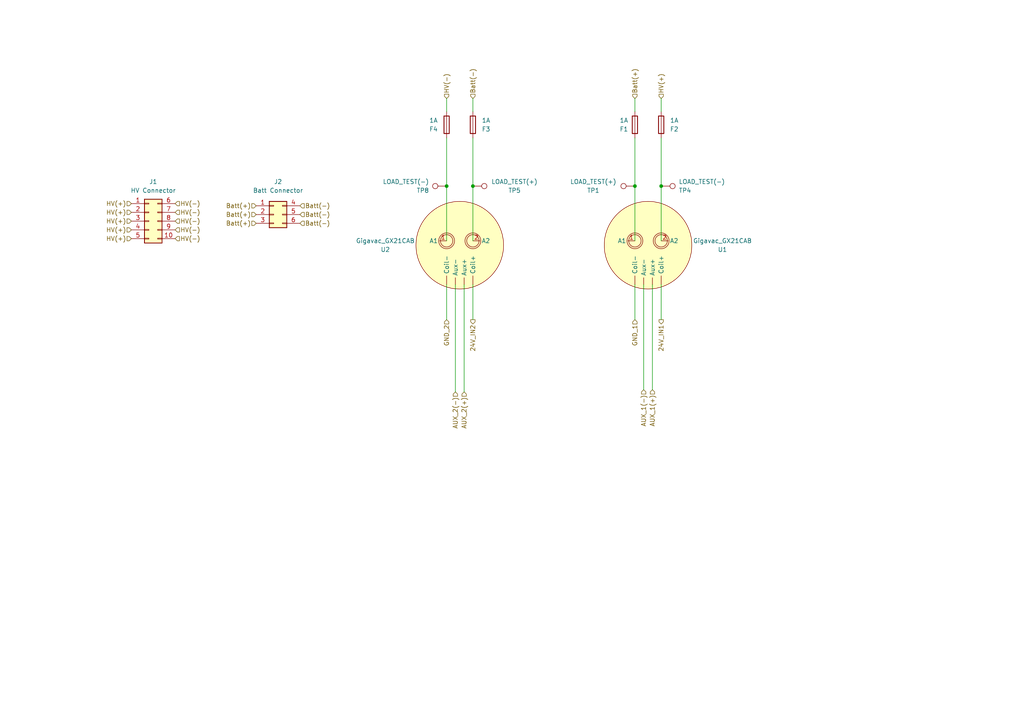
<source format=kicad_sch>
(kicad_sch (version 20211123) (generator eeschema)
  (paper "A4")
  (lib_symbols
    (symbol "Connector:TestPoint" (pin_numbers hide) (pin_names (offset 0.762) hide)
      (property "Reference" "TP" (at 0 6.858 0))
      (property "Value" "TestPoint" (at 0 5.08 0))
      (symbol "TestPoint_0_1"
        (circle (center 0 3.302) (radius 0.762))
      )
      (symbol "TestPoint_1_1"
        (pin passive line (at 0 0 90) (length 2.54) (name "1") (number "1"))
      )
    )
    (symbol "Connector_Generic:Conn_02x03_Top_Bottom" (pin_names (offset 1.016) hide)
      (property "Reference" "J" (at 1.27 5.08 0))
      (property "Value" "Conn_02x03_Top_Bottom" (at 1.27 -5.08 0))
      (symbol "Conn_02x03_Top_Bottom_1_1"
        (rectangle (start -1.27 -2.413) (end 0 -2.667) (stroke (width 0.1524)))
        (rectangle (start -1.27 0.127) (end 0 -0.127) (stroke (width 0.1524)))
        (rectangle (start -1.27 2.667) (end 0 2.413) (stroke (width 0.1524)))
        (rectangle (start -1.27 3.81) (end 3.81 -3.81) (stroke (width 0.254)) (fill (type background)))
        (rectangle (start 3.81 -2.413) (end 2.54 -2.667) (stroke (width 0.1524)))
        (rectangle (start 3.81 0.127) (end 2.54 -0.127) (stroke (width 0.1524)))
        (rectangle (start 3.81 2.667) (end 2.54 2.413) (stroke (width 0.1524)))
        (pin passive line (at -5.08 2.54 0) (length 3.81) (name "Pin_1") (number "1"))
        (pin passive line (at -5.08 0 0) (length 3.81) (name "Pin_2") (number "2"))
        (pin passive line (at -5.08 -2.54 0) (length 3.81) (name "Pin_3") (number "3"))
        (pin passive line (at 7.62 2.54 180) (length 3.81) (name "Pin_4") (number "4"))
        (pin passive line (at 7.62 0 180) (length 3.81) (name "Pin_5") (number "5"))
        (pin passive line (at 7.62 -2.54 180) (length 3.81) (name "Pin_6") (number "6"))
      )
    )
    (symbol "Connector_Generic:Conn_02x05_Top_Bottom" (pin_names (offset 1.016) hide)
      (property "Reference" "J" (at 1.27 7.62 0))
      (property "Value" "Conn_02x05_Top_Bottom" (at 1.27 -7.62 0))
      (symbol "Conn_02x05_Top_Bottom_1_1"
        (rectangle (start -1.27 -4.953) (end 0 -5.207) (stroke (width 0.1524)))
        (rectangle (start -1.27 -2.413) (end 0 -2.667) (stroke (width 0.1524)))
        (rectangle (start -1.27 0.127) (end 0 -0.127) (stroke (width 0.1524)))
        (rectangle (start -1.27 2.667) (end 0 2.413) (stroke (width 0.1524)))
        (rectangle (start -1.27 5.207) (end 0 4.953) (stroke (width 0.1524)))
        (rectangle (start -1.27 6.35) (end 3.81 -6.35) (stroke (width 0.254)) (fill (type background)))
        (rectangle (start 3.81 -4.953) (end 2.54 -5.207) (stroke (width 0.1524)))
        (rectangle (start 3.81 -2.413) (end 2.54 -2.667) (stroke (width 0.1524)))
        (rectangle (start 3.81 0.127) (end 2.54 -0.127) (stroke (width 0.1524)))
        (rectangle (start 3.81 2.667) (end 2.54 2.413) (stroke (width 0.1524)))
        (rectangle (start 3.81 5.207) (end 2.54 4.953) (stroke (width 0.1524)))
        (pin passive line (at -5.08 5.08 0) (length 3.81) (name "Pin_1") (number "1"))
        (pin passive line (at 7.62 -5.08 180) (length 3.81) (name "Pin_10") (number "10"))
        (pin passive line (at -5.08 2.54 0) (length 3.81) (name "Pin_2") (number "2"))
        (pin passive line (at -5.08 0 0) (length 3.81) (name "Pin_3") (number "3"))
        (pin passive line (at -5.08 -2.54 0) (length 3.81) (name "Pin_4") (number "4"))
        (pin passive line (at -5.08 -5.08 0) (length 3.81) (name "Pin_5") (number "5"))
        (pin passive line (at 7.62 5.08 180) (length 3.81) (name "Pin_6") (number "6"))
        (pin passive line (at 7.62 2.54 180) (length 3.81) (name "Pin_7") (number "7"))
        (pin passive line (at 7.62 0 180) (length 3.81) (name "Pin_8") (number "8"))
        (pin passive line (at 7.62 -2.54 180) (length 3.81) (name "Pin_9") (number "9"))
      )
    )
    (symbol "CustomParts:Gigavac_GX21CAB"
      (property "Reference" "U" (at -10.16 -11.43 0))
      (property "Value" "Gigavac_GX21CAB" (at -10.16 -13.97 0))
      (symbol "Gigavac_GX21CAB_0_1"
        (circle (center 7.62 -13.97) (radius 1.7961))
        (circle (center 7.62 -13.97) (radius 2.2895))
        (circle (center 11.43 -12.7) (radius 12.7) (fill (type background)))
        (circle (center 15.24 -13.97) (radius 1.7961))
        (circle (center 15.24 -13.97) (radius 2.2895))
      )
      (symbol "Gigavac_GX21CAB_1_1"
        (pin output line (at 10.16 -1.27 270) (length 2) (name "Aux+") (number ""))
        (pin output line (at 12.7 -1.27 270) (length 2) (name "Aux-") (number ""))
        (pin input line (at 7.62 -1.27 270) (length 2.54) (name "Coil+") (number ""))
        (pin output line (at 15.24 -1.27 270) (length 2.54) (name "Coil-") (number ""))
        (pin output line (at 15.24 -13.97 0) (length 2) (name "A1") (number "1"))
        (pin input line (at 7.62 -13.97 180) (length 2) (name "A2") (number "2"))
      )
    )
    (symbol "Device:Fuse" (pin_numbers hide) (pin_names (offset 0))
      (property "Reference" "F" (at 2.032 0 90))
      (property "Value" "Fuse" (at -1.905 0 90))
      (symbol "Fuse_0_1"
        (rectangle (start -0.762 -2.54) (end 0.762 2.54) (stroke (width 0.254)))
        (polyline (pts (xy 0 2.54) (xy 0 -2.54)))
      )
      (symbol "Fuse_1_1"
        (pin passive line (at 0 3.81 270) (length 1.27) (name "~") (number "1"))
        (pin passive line (at 0 -3.81 90) (length 1.27) (name "~") (number "2"))
      )
    )
    (symbol "Gigavac_GX21CAB_1"
      (property "Reference" "U" (at -10.16 -11.43 0))
      (property "Value" "Gigavac_GX21CAB_1" (at -10.16 -13.97 0))
      (symbol "Gigavac_GX21CAB_1_0_1"
        (circle (center 7.62 -13.97) (radius 1.7961))
        (circle (center 7.62 -13.97) (radius 2.2895))
        (circle (center 11.43 -12.7) (radius 12.7) (fill (type background)))
        (circle (center 15.24 -13.97) (radius 1.7961))
        (circle (center 15.24 -13.97) (radius 2.2895))
      )
      (symbol "Gigavac_GX21CAB_1_1_1"
        (pin output line (at 10.16 -1.27 270) (length 2) (name "Aux+") (number ""))
        (pin output line (at 12.7 -1.27 270) (length 2) (name "Aux-") (number ""))
        (pin input line (at 7.62 -1.27 270) (length 2.54) (name "Coil+") (number ""))
        (pin output line (at 15.24 -1.27 270) (length 2.54) (name "Coil-") (number ""))
        (pin output line (at 15.24 -13.97 0) (length 2) (name "A1") (number "1"))
        (pin input line (at 7.62 -13.97 180) (length 2) (name "A2") (number "2"))
      )
    )
  )
  (junction (at 191.77 53.975))
  (junction (at 137.16 53.975))
  (junction (at 129.54 53.975))
  (junction (at 184.15 53.975))
  (wire (pts (xy 137.16 82.55) (xy 137.16 92.71)))
  (wire (pts (xy 191.77 82.55) (xy 191.77 92.71)))
  (wire (pts (xy 132.08 82.55) (xy 132.08 113.665)))
  (wire (pts (xy 137.16 32.385) (xy 137.16 28.575)))
  (wire (pts (xy 129.54 32.385) (xy 129.54 28.575)))
  (wire (pts (xy 134.62 82.55) (xy 134.62 113.665)))
  (wire (pts (xy 184.15 82.55) (xy 184.15 92.71)))
  (wire (pts (xy 191.77 32.385) (xy 191.77 28.575)))
  (wire (pts (xy 184.15 32.385) (xy 184.15 28.575)))
  (wire (pts (xy 191.77 40.005) (xy 191.77 53.975)))
  (wire (pts (xy 184.15 40.005) (xy 184.15 53.975)))
  (wire (pts (xy 137.16 53.975) (xy 137.16 40.005)))
  (wire (pts (xy 186.69 82.55) (xy 186.69 113.03)))
  (wire (pts (xy 184.15 53.975) (xy 184.15 69.85)))
  (wire (pts (xy 129.54 53.975) (xy 129.54 40.005)))
  (wire (pts (xy 129.54 69.85) (xy 129.54 53.975)))
  (wire (pts (xy 189.23 82.55) (xy 189.23 113.03)))
  (wire (pts (xy 129.54 82.55) (xy 129.54 92.71)))
  (wire (pts (xy 191.77 53.975) (xy 191.77 69.85)))
  (wire (pts (xy 137.16 69.85) (xy 137.16 53.975)))
  (hierarchical_label "GND_1" (shape input) (at 184.15 92.71 270))
  (hierarchical_label "AUX_2(+)" (shape input) (at 134.62 113.665 270))
  (hierarchical_label "AUX_1(-)" (shape input) (at 186.69 113.03 270))
  (hierarchical_label "Batt(-)" (shape input) (at 86.995 62.23 0))
  (hierarchical_label "GND_2" (shape input) (at 129.54 92.71 270))
  (hierarchical_label "Batt(+)" (shape input) (at 74.295 64.77 180))
  (hierarchical_label "HV(+)" (shape input) (at 191.77 28.575 90))
  (hierarchical_label "HV(+)" (shape input) (at 38.1 59.055 180))
  (hierarchical_label "Batt(+)" (shape input) (at 74.295 62.23 180))
  (hierarchical_label "HV(-)" (shape input) (at 50.8 61.595 0))
  (hierarchical_label "Batt(-)" (shape input) (at 86.995 64.77 0))
  (hierarchical_label "HV(-)" (shape input) (at 129.54 28.575 90))
  (hierarchical_label "Batt(+)" (shape input) (at 184.15 28.575 90))
  (hierarchical_label "HV(-)" (shape input) (at 50.8 64.135 0))
  (hierarchical_label "HV(+)" (shape input) (at 38.1 64.135 180))
  (hierarchical_label "24V_IN2" (shape output) (at 137.16 92.71 270))
  (hierarchical_label "HV(+)" (shape input) (at 38.1 66.675 180))
  (hierarchical_label "Batt(-)" (shape input) (at 137.16 28.575 90))
  (hierarchical_label "Batt(+)" (shape input) (at 74.295 59.69 180))
  (hierarchical_label "AUX_1(+)" (shape input) (at 189.23 113.03 270))
  (hierarchical_label "HV(+)" (shape input) (at 38.1 69.215 180))
  (hierarchical_label "HV(+)" (shape input) (at 38.1 61.595 180))
  (hierarchical_label "HV(-)" (shape input) (at 50.8 69.215 0))
  (hierarchical_label "HV(-)" (shape input) (at 50.8 59.055 0))
  (hierarchical_label "Batt(-)" (shape input) (at 86.995 59.69 0))
  (hierarchical_label "24V_IN1" (shape output) (at 191.77 92.71 270))
  (hierarchical_label "HV(-)" (shape input) (at 50.8 66.675 0))
  (hierarchical_label "AUX_2(-)" (shape input) (at 132.08 113.665 270))
  (symbol (lib_id "Device:Fuse") (at 129.54 36.195 180) (unit 1)
    (property "Reference" "F4" (at 127 37.4651 0) (effects (justify left)))
    (property "Value" "1A" (at 127 34.9251 0) (effects (justify left)))
    (property "Footprint" "CustomFootprints:0ADAP1000RE" (effects hide))
    (property "Datasheet" "https://www.mouser.com/datasheet/2/643/ds_cp_0adax_series-1664149.pdf" (effects hide))
  )
  (symbol (lib_id "Connector_Generic:Conn_02x05_Top_Bottom") (at 43.18 64.135 0) (unit 1)
    (property "Reference" "J1" (at 44.45 52.705 0))
    (property "Value" "HV Connector" (at 44.45 55.245 0))
    (property "Footprint" "Connector_Molex:Molex_Micro-Fit_3.0_43045-1012_2x05_P3.00mm_Vertical" (effects hide))
  )
  (symbol (lib_id "Device:Fuse") (at 137.16 36.195 180) (unit 1)
    (property "Reference" "F3" (at 142.24 37.465 0) (effects (justify left)))
    (property "Value" "1A" (at 142.24 34.925 0) (effects (justify left)))
    (property "Footprint" "CustomFootprints:0ADAP1000RE" (effects hide))
    (property "Datasheet" "https://www.mouser.com/datasheet/2/643/ds_cp_0adax_series-1664149.pdf" (effects hide))
  )
  (symbol (lib_name "Gigavac_GX21CAB_1") (lib_id "CustomParts:Gigavac_GX21CAB") (at 199.39 83.82 180) (unit 1)
    (property "Reference" "U1" (at 209.55 72.39 0))
    (property "Value" "Gigavac_GX21CAB" (at 209.55 69.85 0))
    (property "Footprint" "LHRE Contactors:Gigavac_GX21BAB" (effects hide))
    (property "Datasheet" "https://www.sensata.com/products/gigavac-power-contactors-fuses/gx-contactors-800v/gx-normally-open-contactors" (effects hide))
  )
  (symbol (lib_id "Connector:TestPoint") (at 129.54 53.975 90) (unit 1)
    (property "Reference" "TP8" (at 124.46 55.2451 90) (effects (justify left)))
    (property "Value" "LOAD_TEST(-)" (at 124.46 52.7051 90) (effects (justify left)))
    (property "Footprint" "TestPoint:TestPoint_THTPad_D1.0mm_Drill0.5mm" (effects hide))
  )
  (symbol (lib_id "Connector_Generic:Conn_02x03_Top_Bottom") (at 79.375 62.23 0) (unit 1)
    (property "Reference" "J2" (at 80.645 52.705 0))
    (property "Value" "Batt Connector" (at 80.645 55.245 0))
    (property "Footprint" "Connector_Molex:Molex_Micro-Fit_3.0_43045-0612_2x03_P3.00mm_Vertical" (effects hide))
  )
  (symbol (lib_id "CustomParts:Gigavac_GX21CAB") (at 144.78 83.82 180) (unit 1)
    (property "Reference" "U2" (at 111.76 72.39 0))
    (property "Value" "Gigavac_GX21CAB" (at 111.76 69.85 0))
    (property "Footprint" "LHRE Contactors:Gigavac_GX21BAB" (effects hide))
    (property "Datasheet" "https://www.sensata.com/products/gigavac-power-contactors-fuses/gx-contactors-800v/gx-normally-open-contactors" (effects hide))
  )
  (symbol (lib_id "Device:Fuse") (at 191.77 36.195 0) (mirror x) (unit 1)
    (property "Reference" "F2" (at 194.31 37.465 0) (effects (justify left)))
    (property "Value" "1A" (at 194.31 34.9251 0) (effects (justify left)))
    (property "Footprint" "CustomFootprints:0ADAP1000RE" (effects hide))
    (property "Datasheet" "https://www.mouser.com/datasheet/2/643/ds_cp_0adax_series-1664149.pdf" (effects hide))
  )
  (symbol (lib_id "Connector:TestPoint") (at 184.15 53.975 90) (unit 1)
    (property "Reference" "TP1" (at 172.085 55.245 90))
    (property "Value" "LOAD_TEST(+)" (at 172.085 52.705 90))
    (property "Footprint" "TestPoint:TestPoint_THTPad_D1.0mm_Drill0.5mm" (effects hide))
  )
  (symbol (lib_id "Connector:TestPoint") (at 191.77 53.975 270) (mirror x) (unit 1)
    (property "Reference" "TP4" (at 196.85 55.2451 90) (effects (justify left)))
    (property "Value" "LOAD_TEST(-)" (at 196.85 52.7051 90) (effects (justify left)))
    (property "Footprint" "TestPoint:TestPoint_THTPad_D1.0mm_Drill0.5mm" (effects hide))
  )
  (symbol (lib_id "Device:Fuse") (at 184.15 36.195 0) (mirror x) (unit 1)
    (property "Reference" "F1" (at 179.705 37.465 0) (effects (justify left)))
    (property "Value" "1A" (at 179.705 34.925 0) (effects (justify left)))
    (property "Footprint" "CustomFootprints:0ADAP1000RE" (effects hide))
    (property "Datasheet" "https://www.mouser.com/datasheet/2/643/ds_cp_0adax_series-1664149.pdf" (effects hide))
  )
  (symbol (lib_id "Connector:TestPoint") (at 137.16 53.975 270) (mirror x) (unit 1)
    (property "Reference" "TP5" (at 149.225 55.245 90))
    (property "Value" "LOAD_TEST(+)" (at 149.225 52.705 90))
    (property "Footprint" "TestPoint:TestPoint_THTPad_D1.0mm_Drill0.5mm" (effects hide))
  )
)
</source>
